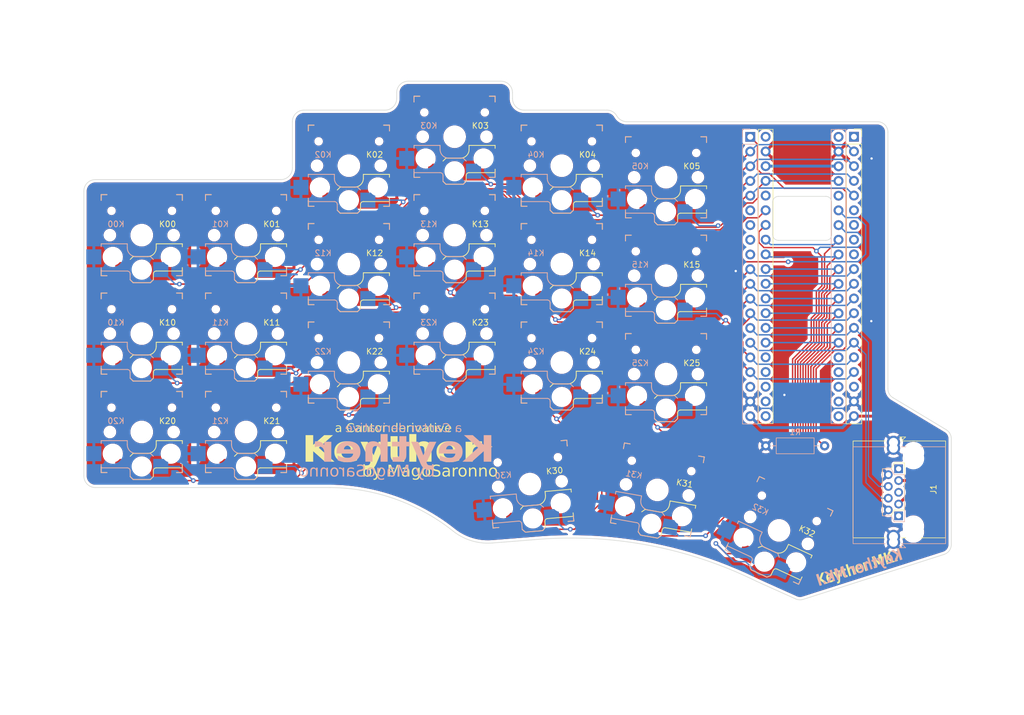
<source format=kicad_pcb>
(kicad_pcb (version 20241229) (generator "pcbnew") (generator_version "9.0")
  (title_block (rev "rev1.0"))
  (layers (0 "F.Cu" signal) (2 "B.Cu" signal) (13 "F.Paste" user) (15 "B.Paste" user) (5 "F.SilkS" user "F.Silkscreen") (7 "B.SilkS" user "B.Silkscreen") (1 "F.Mask" user) (3 "B.Mask" user) (25 "Edge.Cuts" user))
  (net 0 "")
  (net 1 "+3V3")
  (net 2 "GND")
  (net 3 "/TX")
  (net 4 "/RX")
  (net 5 "/k00")
  (net 6 "/k01")
  (net 7 "/k02")
  (net 8 "/k03")
  (net 9 "/k04")
  (net 10 "/k05")
  (net 11 "/k10")
  (net 12 "/k11")
  (net 13 "/k12")
  (net 14 "/k13")
  (net 15 "/k14")
  (net 16 "/k15")
  (net 17 "/k20")
  (net 18 "/k21")
  (net 19 "/k22")
  (net 20 "/k23")
  (net 21 "/k24")
  (net 22 "/k25")
  (net 23 "/k30")
  (net 24 "/k31")
  (net 25 "/k32")
  (net 30 "Net-(U1-PB12)")
  (footprint "keyswitches:Kailh_socket_PG1350_reversible" (layer "F.Cu") (at 164.5 94)
    (property "Reference" "K25")
    (property "Value" "KEYSW")
  )
  (footprint "keyswitches:Kailh_socket_PG1350_reversible" (layer "F.Cu") (at 146.5 92)
    (property "Reference" "K24")
    (property "Value" "KEYSW")
  )
  (footprint "keyswitches:Kailh_socket_PG1350_reversible" (layer "F.Cu") (at 92 104)
    (property "Reference" "K21")
    (property "Value" "KEYSW")
  )
  (footprint "keyswitches:Kailh_socket_PG1350_reversible" (layer "F.Cu") (at 109.75 58)
    (property "Reference" "K02")
    (property "Value" "KEYSW")
  )
  (footprint "keyswitches:Kailh_socket_PG1350_reversible" (layer "F.Cu") (at 74 87)
    (property "Reference" "K10")
    (property "Value" "KEYSW")
  )
  (footprint "keyswitches:Kailh_socket_PG1350_reversible" (layer "F.Cu") (at 146.5 58)
    (property "Reference" "K04")
    (property "Value" "KEYSW")
  )
  (footprint "keyswitches:Kailh_socket_PG1350_reversible" (layer "F.Cu") (at 109.75 75)
    (property "Reference" "K12")
    (property "Value" "KEYSW")
  )
  (footprint "keyswitches:Kailh_socket_PG1350_reversible" (layer "F.Cu") (at 141 113 5)
    (property "Reference" "K30")
    (property "Value" "KEYSW")
  )
  (footprint "keyswitches:Kailh_socket_PG1350_reversible" (layer "F.Cu") (at 92 70)
    (property "Reference" "K01")
    (property "Value" "KEYSW")
  )
  (footprint "keyswitches:Kailh_socket_PG1350_reversible" (layer "F.Cu") (at 146.5 75)
    (property "Reference" "K14")
    (property "Value" "KEYSW")
  )
  (footprint "keyswitches:Kailh_socket_PG1350_reversible" (layer "F.Cu") (at 128 87)
    (property "Reference" "K23")
    (property "Value" "KEYSW")
  )
  (footprint "keyswitches:Kailh_socket_PG1350_reversible" (layer "F.Cu") (at 128 53)
    (property "Reference" "K03")
    (property "Value" "KEYSW")
  )
  (footprint "keyswitches:Kailh_socket_PG1350_reversible" (layer "F.Cu") (at 109.75 92)
    (property "Reference" "K22")
    (property "Value" "KEYSW")
  )
  (footprint "Connector_RJ:RJ45_Amphenol_RJHSE5380" (layer "F.Cu") (at 204.6478 110.359001 -90)
    (property "Reference" "J1")
    (property "Value" "RJ45")
  )
  (footprint "keyswitches:Kailh_socket_PG1350_reversible" (layer "F.Cu") (at 164.5 77)
    (property "Reference" "K15")
    (property "Value" "KEYSW")
  )
  (footprint "keyswitches:Kailh_socket_PG1350_reversible" (layer "F.Cu") (at 184 121 -25)
    (property "Reference" "K32")
    (property "Value" "KEYSW")
  )
  (footprint "keyswitches:Kailh_socket_PG1350_reversible" (layer "F.Cu") (at 92 87)
    (property "Reference" "K11")
    (property "Value" "KEYSW")
  )
  (footprint "Footprints:YAAJ_WeAct_BlackPill_2" (layer "F.Cu") (at 179.155 53)
    (property "Reference" "U1" (hide yes))
    (property "Value" "YAAJ_WeAct_BlackPill_Part_Like" (hide yes))
  )
  (footprint "keyswitches:Kailh_socket_PG1350_reversible" (layer "F.Cu") (at 164.5 60)
    (property "Reference" "K05")
    (property "Value" "KEYSW")
  )
  (footprint "keyswitches:Kailh_socket_PG1350_reversible" (layer "F.Cu") (at 74 104)
    (property "Reference" "K20")
    (property "Value" "KEYSW")
  )
  (footprint "keyswitches:Kailh_socket_PG1350_reversible" (layer "F.Cu") (at 128 70)
    (property "Reference" "K13")
    (property "Value" "KEYSW")
  )
  (footprint "keyswitches:Kailh_socket_PG1350_reversible" (layer "F.Cu") (at 74 70)
    (property "Reference" "K00")
    (property "Value" "KEYSW")
  )
  (footprint "keyswitches:Kailh_socket_PG1350_reversible" (layer "F.Cu") (at 163 114 -10)
    (property "Reference" "K31")
    (property "Value" "KEYSW")
  )
  (footprint "Resistor_THT:R_Axial_DIN0207_L6.3mm_D2.5mm_P10.16mm_Horizontal" (layer "B.Cu") (at 191.87 106.392 180)
    (property "Reference" "R1")
    (property "Value" "10k")
  )
  (gr_line (start 182.9 69.9) (end 182.9 64.3) (stroke (width 0.1)) (layer "Edge.Cuts"))
  (gr_arc (start 201 50.4) (mid 202.272792 50.927208) (end 202.8 52.2) (stroke (width 0.1)) (layer "Edge.Cuts"))
  (gr_arc (start 188.171181 132.911255) (mid 187.521093 132.993905) (end 186.884499 132.838364) (stroke (width 0.1)) (layer "Edge.Cuts"))
  (gr_arc (start 100 50.4) (mid 100.585786 48.985786) (end 102 48.4) (stroke (width 0.1)) (layer "Edge.Cuts"))
  (gr_arc (start 213.741 123.434982) (mid 213.394454 124.496839) (end 212.488245 125.149848) (stroke (width 0.1)) (layer "Edge.Cuts"))
  (gr_line (start 66 113.6) (end 106.5 113.6) (stroke (width 0.1)) (layer "Edge.Cuts"))
  (gr_line (start 188.171181 132.911255) (end 212.488245 125.149848) (stroke (width 0.1)) (layer "Edge.Cuts"))
  (gr_arc (start 134.5 123.175) (mid 130.930967 122.788889) (end 127.75 121.125) (stroke (width 0.1)) (layer "Edge.Cuts"))
  (gr_arc (start 118 45.4) (mid 118.585786 43.985786) (end 120 43.4) (stroke (width 0.1)) (layer "Edge.Cuts"))
  (gr_curve (pts (xy 214.6 124.2) (xy 214.6 124.2) (xy 214.6 124.2) (xy 214.6 124.2)) (stroke (width 0.05)) (layer "Edge.Cuts"))
  (gr_line (start 192.1 70.9) (end 183.9 70.9) (stroke (width 0.1)) (layer "Edge.Cuts"))
  (gr_line (start 201 50.4) (end 157.750002 50.399998) (stroke (width 0.1)) (layer "Edge.Cuts"))
  (gr_arc (start 182.9 64.3) (mid 183.192893 63.592893) (end 183.9 63.3) (stroke (width 0.1)) (layer "Edge.Cuts"))
  (gr_line (start 118 45.4) (end 118 46.4) (stroke (width 0.1)) (layer "Edge.Cuts"))
  (gr_line (start 212.869572 103.6152) (end 203.672393 98.076386) (stroke (width 0.1)) (layer "Edge.Cuts"))
  (gr_line (start 138 46.4) (end 138 45.4) (stroke (width 0.1)) (layer "Edge.Cuts"))
  (gr_arc (start 193.1 69.9) (mid 192.807107 70.607107) (end 192.1 70.9) (stroke (width 0.1)) (layer "Edge.Cuts"))
  (gr_line (start 213.741 123.434982) (end 213.741 105.157252) (stroke (width 0.1)) (layer "Edge.Cuts"))
  (gr_line (start 193.092893 64.3) (end 193.1 69.9) (stroke (width 0.1)) (layer "Edge.Cuts"))
  (gr_line (start 100 50.4) (end 100 58.4) (stroke (width 0.1)) (layer "Edge.Cuts"))
  (gr_arc (start 212.869572 103.6152) (mid 213.50809 104.271626) (end 213.741 105.157252) (stroke (width 0.1)) (layer "Edge.Cuts"))
  (gr_line (start 98 60.4) (end 66 60.4) (stroke (width 0.1)) (layer "Edge.Cuts"))
  (gr_arc (start 136 43.4) (mid 137.414214 43.985786) (end 138 45.4) (stroke (width 0.1)) (layer "Edge.Cuts"))
  (gr_arc (start 118 46.4) (mid 117.414214 47.814214) (end 116 48.4) (stroke (width 0.1)) (layer "Edge.Cuts"))
  (gr_arc (start 66 113.6) (mid 64.585786 113.014214) (end 64 111.6) (stroke (width 0.1)) (layer "Edge.Cuts"))
  (gr_line (start 141.8 122.600001) (end 134.5 123.175) (stroke (width 0.1)) (layer "Edge.Cuts"))
  (gr_line (start 180.129399 129.8) (end 186.884499 132.838364) (stroke (width 0.1)) (layer "Edge.Cuts"))
  (gr_arc (start 140 48.4) (mid 138.585786 47.814214) (end 138 46.4) (stroke (width 0.1)) (layer "Edge.Cuts"))
  (gr_arc (start 157.750002 50.399998) (mid 156.742216 50.132373) (end 156 49.4) (stroke (width 0.1)) (layer "Edge.Cuts"))
  (gr_line (start 64 62.4) (end 64 111.6) (stroke (width 0.1)) (layer "Edge.Cuts"))
  (gr_curve (pts (xy 190 133) (xy 190 133) (xy 190 133) (xy 190 133)) (stroke (width 0.05)) (layer "Edge.Cuts"))
  (gr_arc (start 192.092893 63.3) (mid 192.8 63.592893) (end 193.092893 64.3) (stroke (width 0.1)) (layer "Edge.Cuts"))
  (gr_arc (start 183.9 70.9) (mid 183.192893 70.607107) (end 182.9 69.9) (stroke (width 0.1)) (layer "Edge.Cuts"))
  (gr_arc (start 203.672393 98.076386) (mid 203.033222 97.419862) (end 202.8 96.533753) (stroke (width 0.1)) (layer "Edge.Cuts"))
  (gr_line (start 136 43.4) (end 120 43.4) (stroke (width 0.1)) (layer "Edge.Cuts"))
  (gr_arc (start 64 62.4) (mid 64.585786 60.985786) (end 66 60.4) (stroke (width 0.1)) (layer "Edge.Cuts"))
  (gr_arc (start 106.5 113.600001) (mid 117.756229 115.57996) (end 127.75 121.125) (stroke (width 0.1)) (layer "Edge.Cuts"))
  (gr_line (start 183.9 63.3) (end 192.092893 63.3) (stroke (width 0.1)) (layer "Edge.Cuts"))
  (gr_line (start 116 48.4) (end 102 48.4) (stroke (width 0.1)) (layer "Edge.Cuts"))
  (gr_arc (start 154.3 48.4) (mid 155.286154 48.668538) (end 156 49.4) (stroke (width 0.1)) (layer "Edge.Cuts"))
  (gr_line (start 202.8 96.533753) (end 202.8 52.2) (stroke (width 0.1)) (layer "Edge.Cuts"))
  (gr_arc (start 100 58.4) (mid 99.414214 59.814214) (end 98 60.4) (stroke (width 0.1)) (layer "Edge.Cuts"))
  (gr_line (start 154.3 48.4) (end 140 48.4) (stroke (width 0.1)) (layer "Edge.Cuts"))
  (gr_arc (start 141.8 122.600001) (mid 161.459797 123.564333) (end 180.129399 129.8) (stroke (width 0.1)) (layer "Edge.Cuts"))
  (gr_text "Keyther MK.I" (at 197.9 127.5 17.7) (layer "F.SilkS") (effects (font (size 2 1.5) (thickness 0.3) (bold yes))))
  (gr_text "by MagoSaronno" (at 112 112.03 0) (layer "F.SilkS") (effects (font (size 2 2) (thickness 0.15) (italic yes)) (justify left bottom)))
  (gr_text "Keyther" (at 117.2 109.9 0) (layer "F.SilkS") (effects (font (size 4.5 5) (thickness 0.3) (bold yes) (italic yes)) (justify bottom)))
  (gr_text "a Cantor derivative" (at 107.32 104.27 0) (layer "F.SilkS") (effects (font (size 1.5 1.5) (thickness 0.15) (italic yes)) (justify left bottom)))
  (gr_text "Keyther MK.I" (at 197.9 127.5 17.7) (layer "B.SilkS") (effects (font (size 2 1.5) (thickness 0.3) (bold yes)) (justify mirror)))
  (gr_text "a Cantor derivative" (at 129.3 104.27 -0) (layer "B.SilkS") (effects (font (size 1.5 1.5) (thickness 0.15) (italic yes)) (justify left bottom mirror)))
  (gr_text "Keyther" (at 119.42 109.9 -0) (layer "B.SilkS") (effects (font (size 4.5 5) (thickness 0.3) (bold yes) (italic yes)) (justify bottom mirror)))
  (gr_text "by MagoSaronno" (at 124.62 112.03 -0) (layer "B.SilkS") (effects (font (size 2 2) (thickness 0.15) (italic yes)) (justify left bottom mirror)))
  (segment (start 208.711801 112.391) (end 204.647801 112.391) (width 0.5) (layer "F.Cu") (net 1))
  (segment (start 196.935 101.26) (end 204.5 101.26) (width 0.5) (layer "F.Cu") (net 1))
  (segment (start 209.6 111.502801) (end 209.3138 111.789001) (width 0.5) (layer "F.Cu") (net 1))
  (segment (start 204.5 101.26) (end 209.6 106.36) (width 0.5) (layer "F.Cu") (net 1))
  (segment (start 209.6 106.36) (end 209.6 111.502801) (width 0.5) (layer "F.Cu") (net 1))
  (segment (start 209.3138 111.789001) (end 204.647801 116.455) (width 0.5) (layer "F.Cu") (net 1))
  (segment (start 209.3138 111.789001) (end 208.711801 112.391) (width 0.5) (layer "F.Cu") (net 1))
  (segment (start 179.035 101.28) (end 181.005 103.25) (width 0.5) (layer "B.Cu") (net 1))
  (segment (start 181.005 103.25) (end 194.945 103.25) (width 0.5) (layer "B.Cu") (net 1))
  (segment (start 196.935 101.26) (end 194.945 103.25) (width 0.5) (layer "B.Cu") (net 1))
  (segment (start 181.695 58.08) (end 194.255 58.08) (width 0.5) (layer "B.Cu") (net 1))
  (segment (start 194.255 58.08) (end 194.275 58.1) (width 0.25) (layer "B.Cu") (net 1))
  (segment (start 136.275 90.75) (end 136.275 90.95) (width 0.25) (layer "F.Cu") (net 2))
  (segment (start 203.7578 105.789001) (end 203.7578 106.797) (width 0.2) (layer "F.Cu") (net 2))
  (via (at 199.98 56.76) (size 0.8) (drill 0.4) (layers "F.Cu" "B.Cu") (net 2))
  (via (at 176.53 76.2) (size 0.8) (drill 0.4) (layers "F.Cu" "B.Cu") (net 2))
  (via (at 184.93 97.6) (size 0.8) (drill 0.4) (layers "F.Cu" "B.Cu") (net 2))
  (via (at 199.93 84.85) (size 0.8) (drill 0.4) (layers "F.Cu" "B.Cu") (net 2))
  (segment (start 192.664511 99.914511) (end 195.740489 99.914511) (width 0.25) (layer "B.Cu") (net 2))
  (segment (start 195.740489 99.914511) (end 196.935 98.72) (width 0.25) (layer "B.Cu") (net 2))
  (segment (start 180.209511 99.914511) (end 192.664511 99.914511) (width 0.25) (layer "B.Cu") (net 2))
  (segment (start 174.915485 119.883821) (end 174.915485 120.901488) (width 0.25) (layer "B.Cu") (net 2))
  (segment (start 174.915485 119.719008) (end 174.915485 120.901488) (width 0.25) (layer "B.Cu") (net 2))
  (segment (start 179.035 98.74) (end 180.209511 99.914511) (width 0.25) (layer "B.Cu") (net 2))
  (segment (start 192.65 99.929022) (end 192.664511 99.914511) (width 0.25) (layer "B.Cu") (net 2))
  (segment (start 201.2402 113.407) (end 199.4408 111.6076) (width 0.2) (layer "B.Cu") (net 3))
  (segment (start 193.786995 87.213005) (end 193.788501 87.214511) (width 0.25) (layer "B.Cu") (net 3))
  (segment (start 202.8678 113.407) (end 201.2402 113.407) (width 0.2) (layer "B.Cu") (net 3))
  (segment (start 179.035 86.04) (end 180.208005 87.213005) (width 0.25) (layer "B.Cu") (net 3))
  (segment (start 195.740489 87.214511) (end 196.935 86.02) (width 0.25) (layer "B.Cu") (net 3))
  (segment (start 193.788501 87.214511) (end 195.740489 87.214511) (width 0.25) (layer "B.Cu") (net 3))
  (segment (start 180.208005 87.213005) (end 193.786995 87.213005) (width 0.25) (layer "B.Cu") (net 3))
  (segment (start 199.4408 111.6076) (end 199.4408 88.5258) (width 0.2) (layer "B.Cu") (net 3))
  (segment (start 199.4408 88.5258) (end 196.935 86.02) (width 0.2) (layer "B.Cu") (net 3))
  (segment (start 201.6974 115.439) (end 199.01 112.7516) (width 0.2) (layer "B.Cu") (net 4))
  (segment (start 199.01 112.7516) (end 199.01 90.635) (width 0.2) (layer "B.Cu") (net 4))
  (segment (start 180.380489 89.925489) (end 195.569511 89.925489) (width 0.25) (layer "B.Cu") (net 4))
  (segment (start 199.01 90.635) (end 196.935 88.56) (width 0.2) (layer "B.Cu") (net 4))
  (segment (start 179.035 88.58) (end 180.380489 89.925489) (width 0.25) (layer "B.Cu") (net 4))
  (segment (start 195.569511 89.925489) (end 196.935 88.56) (width 0.25) (layer "B.Cu") (net 4))
  (segment (start 202.8678 115.439) (end 201.6974 115.439) (width 0.2) (layer "B.Cu") (net 4))
  (segment (start 71.848 78.45) (end 80.5 78.45) (width 0.25) (layer "F.Cu") (net 5))
  (segment (start 104.8004 76.6064) (end 103.9622 76.6064) (width 0.25) (layer "F.Cu") (net 5))
  (segment (start 70.725 77.327) (end 71.848 78.45) (width 0.25) (layer "F.Cu") (net 5))
  (segment (start 157.928564 68.7) (end 142.2 68.7) (width 0.25) (layer "F.Cu") (net 5))
  (segment (start 185.282 74.602) (end 185.28 74.6) (width 0.25) (layer "F.Cu") (net 5))
  (segment (start 178.208 74.6) (end 174.54128 70.93328) (width 0.25) (layer "F.Cu") (net 5))
  (segment (start 160.161844 70.93328) (end 157.928564 68.7) (width 0.25) (layer "F.Cu") (net 5))
  (segment (start 99.42901 78.45) (end 99.42801 78.451) (width 0.25) (layer "F.Cu") (net 5))
  (segment (start 185.28 74.6) (end 178.208 74.6) (width 0.25) (layer "F.Cu") (net 5))
  (segment (start 136.39904 62.89904) (end 122.26696 62.89904) (width 0.25) (layer "F.Cu") (net 5))
  (segment (start 90.58719 78.45) (end 80.5 78.45) (width 0.25) (layer "F.Cu") (net 5))
  (segment (start 173.92553 70.93328) (end 160.161844 70.93328) (width 0.25) (layer "F.Cu") (net 5))
  (segment (start 174.54128 70.93328) (end 173.92553 70.93328) (width 0.25) (layer "F.Cu") (net 5))
  (segment (start 122.26696 62.89904) (end 118.1862 66.9798) (width 0.25) (layer "F.Cu") (net 5))
  (segment (start 114.427 66.9798) (end 104.8004 76.6064) (width 0.25) (layer "F.Cu") (net 5))
  (segment (start 180.395 67) (end 178.482 67) (width 0.25) (layer "F.Cu") (net 5))
  (segment (start 90.58819 78.451) (end 90.58719 78.45) (width 0.25) (layer "F.Cu") (net 5))
  (segment (start 181.695 65.7) (end 180.395 67) (width 0.25) (layer "F.Cu") (net 5))
  (segment (start 118.1862 66.9798) (end 114.427 66.9798) (width 0.25) (layer "F.Cu") (net 5))
  (segment (start 178.482 67) (end 174.54872 70.93328) (width 0.25) (layer "F.Cu") (net 5))
  (segment (start 142.2 68.7) (end 136.39904 62.89904) (width 0.25) (layer "F.Cu") (net 5))
  (segment (start 99.42801 78.451) (end 90.58819 78.451) (width 0.25) (layer "F.Cu") (net 5))
  (segment (start 70.725 75.95) (end 70.725 77.327) (width 0.25) (layer "F.Cu") (net 5))
  (segment (start 103.9622 76.6064) (end 102.1186 78.45) (width 0.25) (layer "F.Cu") (net 5))
  (segment (start 185.58 74.602) (end 185.282 74.602) (width 0.25) (layer "F.Cu") (net 5))
  (segment (start 174.54872 70.93328) (end 173.92553 70.93328) (width 0.25) (layer "F.Cu") (net 5))
  (segment (start 102.1186 78.45) (end 99.42901 78.45) (width 0.25) (layer "F.Cu") (net 5))
  (via (at 185.58 74.602) (size 0.8) (drill 0.4) (layers "F.Cu" "B.Cu") (net 5))
  (via (at 80.5 78.45) (size 0.8) (drill 0.4) (layers "F.Cu" "B.Cu") (net 5))
  (segment (start 185.592 74.59) (end 197.63 74.59) (width 0.25) (layer "B.Cu") (net 5))
  (segment (start 185.58 74.602) (end 185.592 74.59) (width 0.25) (layer "B.Cu") (net 5))
  (segment (start 198.95 68.29) (end 197.63 66.97) (width 0.25) (layer "B.Cu") (net 5))
  (segment (start 197.63 66.97) (end 195.525 66.97) (width 0.25) (layer "B.Cu") (net 5))
  (segment (start 77.275 75.95) (end 79.775 78.45) (width 0.25) (layer "B.Cu") (net 5))
  (segment (start 198.95 73.27) (end 198.95 68.29) (width 0.25) (layer "B.Cu") (net 5))
  (segment (start 79.775 78.45) (end 80.5 78.45) (width 0.25) (layer "B.Cu") (net 5))
  (segment (start 197.63 74.59) (end 198.95 73.27) (width 0.25) (layer "B.Cu") (net 5))
  (segment (start 195.525 66.97) (end 194.275 65.72) (width 0.25) (layer "B.Cu") (net 5))
  (segment (start 121.95448 62.44952) (end 122.07867 62.44952) (width 0.25) (layer "F.Cu") (net 6))
  (segment (start 89.368 78) (end 88.725 77.357) (width 0.25) (layer "F.Cu") (net 6))
  (segment (start 160.348654 70.48228) (end 174.36191 70.48228) (width 0.25) (layer "F.Cu") (net 6))
  (segment (start 177.5714 65.3288) (end 178.4604 64.4398) (width 0.25) (layer "F.Cu") (net 6))
  (segment (start 136.58585 62.44804) (end 136.58733 62.44952) (width 0.25) (layer "F.Cu") (net 6))
  (segment (start 136.58733 62.44952) (end 136.69952 62.44952) (width 0.25) (layer "F.Cu") (net 6))
  (segment (start 180.3908 63.5254) (end 180.3908 61.9242) (width 0.25) (layer "F.Cu") (net 6))
  (segment (start 101.3968 75.946) (end 110.8428 66.5) (width 0.25) (layer "F.Cu") (net 6))
  (segment (start 177.5714 67.27279) (end 177.5714 65.3288) (width 0.25) (layer "F.Cu") (net 6))
  (segment (start 174.36191 70.48228) (end 177.5714 67.27279) (width 0.25) (layer "F.Cu") (net 6))
  (segment (start 180.3908 61.9242) (end 181.695 60.62) (width 0.25) (layer "F.Cu") (net 6))
  (segment (start 122.08015 62.44804) (end 136.58585 62.44804) (width 0.25) (layer "F.Cu") (net 6))
  (segment (start 99.2412 78) (end 89.368 78) (width 0.25) (layer "F.Cu") (net 6))
  (segment (start 122.07867 62.44952) (end 122.08015 62.44804) (width 0.25) (layer "F.Cu") (net 6))
  (segment (start 110.8428 66.5) (end 117.904 66.5) (width 0.25) (layer "F.Cu") (net 6))
  (segment (start 101.2952 75.946) (end 99.2412 78) (width 0.25) (layer "F.Cu") (net 6))
  (segment (start 117.904 66.5) (end 121.95448 62.44952) (width 0.25) (layer "F.Cu") (net 6))
  (segment (start 142.499 68.249) (end 158.115374 68.249) (width 0.25) (layer "F.Cu") (net 6))
  (segment (start 178.4604 64.4398) (end 179.4764 64.4398) (width 0.25) (layer "F.Cu") (net 6))
  (segment (start 88.725 77.357) (end 88.725 75.95) (width 0.25) (layer "F.Cu") (net 6))
  (segment (start 136.69952 62.44952) (end 142.499 68.249) (width 0.25) (layer "F.Cu") (net 6))
  (segment (start 179.4764 64.4398) (end 180.3908 63.5254) (width 0.25) (layer "F.Cu") (net 6))
  (segment (start 158.115374 68.249) (end 160.348654 70.48228) (width 0.25) (layer "F.Cu") (net 6))
  (segment (start 101.3968 75.946) (end 101.2952 75.946) (width 0.25) (layer "F.Cu") (net 6))
  (via (at 101.3968 75.946) (size 0.8) (drill 0.4) (layers "F.Cu" "B.Cu") (net 6))
  (segment (start 194.255 60.62) (end 194.275 60.64) (width 0.25) (layer "B.Cu") (net 6))
  (segment (start 95.279 75.946) (end 95.275 75.95) (width 0.25) (layer "B.Cu") (net 6))
  (segment (start 101.3968 75.946) (end 95.279 75.946) (width 0.25) (layer "B.Cu") (net 6))
  (segment (start 181.695 60.62) (end 194.255 60.62) (width 0.25) (layer "B.Cu") (net 6))
  (segment (start 121.76767 61.99852) (end 121.89186 61.99852) (width 0.25) (layer "F.Cu") (net 7))
  (segment (start 106.475 65.377) (end 106.475 63.95) (width 0.25) (layer "F.Cu") (net 7))
  (segment (start 178.3994 63.18) (end 179.035 63.18) (width 0.25) (layer "F.Cu") (net 7))
  (segment (start 177.1204 64.459) (end 178.3994 63.18) (width 0.25) (layer "F.Cu") (net 7))
  (segment (start 142.798 67.798) (end 158.302184 67.798) (width 0.25) (layer "F.Cu") (net 7))
  (segment (start 121.89186 61.99852) (end 121.89334 61.99704) (width 0.25) (layer "F.Cu") (net 7))
  (segment (start 136.88633 61.99852) (end 136.88781 62) (width 0.25) (layer "F.Cu") (net 7))
  (segment (start 136.88781 62) (end 137 62) (width 0.25) (layer "F.Cu") (net 7))
  (segment (start 136.77414 61.99852) (end 136.88633 61.99852) (width 0.25) (layer "F.Cu") (net 7))
  (segment (start 119.121347 64.257347) (end 119.121347 64.266653) (width 0.25) (layer "F.Cu") (net 7))
  (segment (start 119.121347 64.266653) (end 117.339 66.049) (width 0.25) (layer "F.Cu") (net 7))
  (segment (start 174.1751 70.03128) (end 177.1204 67.08598) (width 0.25) (layer "F.Cu") (net 7))
  (segment (start 121.76619 62) (end 121.76767 61.99852) (width 0.25) (layer "F.Cu") (net 7))
  (segment (start 121.89334 61.99704) (end 136.77266 61.99704) (width 0.25) (layer "F.Cu") (net 7))
  (segment (start 107.147 66.049) (end 106.475 65.377) (width 0.25) (layer "F.Cu") (net 7))
  (segment (start 137 62) (end 142.798 67.798) (width 0.25) (layer "F.Cu") (net 7))
  (segment (start 158.302184 67.798) (end 160.535464 70.03128) (width 0.25) (layer "F.Cu") (net 7))
  (segment (start 177.1204 67.08598) (end 177.1204 64.459) (width 0.25) (layer "F.Cu") (net 7))
  (segment (start 136.77266 61.99704) (end 136.77414 61.99852) (width 0.25) (layer "F.Cu") (net 7))
  (segment (start 160.535464 70.03128) (end 174.1751 70.03128) (width 0.25) (layer "F.Cu") (net 7))
  (segment (start 121.378694 62) (end 121.76619 62) (width 0.25) (layer "F.Cu") (net 7))
  (segment (start 117.339 66.049) (end 107.147 66.049) (width 0.25) (layer "F.Cu") (net 7))
  (segment (start 119.121347 64.257347) (end 121.378694 62) (width 0.25) (layer "F.Cu") (net 7))
  (via (at 119.121347 64.257347) (size 0.8) (drill 0.4) (layers "F.Cu" "B.Cu") (net 7))
  (segment (start 180.345 61.87) (end 195.645 61.87) (width 0.25) (layer "B.Cu") (net 7))
  (segment (start 179.035 63.18) (end 180.345 61.87) (width 0.25) (layer "B.Cu") (net 7))
  (segment (start 195.645 61.87) (end 196.935 63.16) (width 0.25) (layer "B.Cu") (net 7))
  (segment (start 118.814 63.95) (end 113.025 63.95) (width 0.25) (layer "B.Cu") (net 7))
  (segment (start 119.121347 64.257347) (end 118.814 63.95) (width 0.25) (layer "B.Cu") (net 7))
  (segment (start 136.95 61.2) (end 143.097 67.347) (width 0.25) (layer "F.Cu") (net 8))
  (segment (start 178.628 60.64) (end 179.035 60.64) (width 0.25) (layer "F.Cu") (net 8))
  (segment (start 158.6 67.35) (end 160.78424 69.53424) (width 0.25) (layer "F.Cu") (net 8))
  (segment (start 174.03433 69.53424) (end 176.6694 66.89917) (width 0.25) (layer "F.Cu") (net 8))
  (segment (start 160.78424 69.53424) (end 174.03433 69.53424) (width 0.25) (layer "F.Cu") (net 8))
  (segment (start 143.097 67.347) (end 158.488994 67.347) (width 0.25) (layer "F.Cu") (net 8))
  (segment (start 158.491994 67.35) (end 158.6 67.35) (width 0.25) (layer "F.Cu") (net 8))
  (segment (start 176.6694 66.89917) (end 176.6694 62.5986) (width 0.25) (layer "F.Cu") (net 8))
  (segment (start 134.25 61.2) (end 136.95 61.2) (width 0.25) (layer "F.Cu") (net 8))
  (segment (start 124.725 60.387) (end 124.725 58.95) (width 0.25) (layer "F.Cu") (net 8))
  (segment (start 125.538 61.2) (end 124.725 60.387) (width 0.25) (layer "F.Cu") (net 8))
  (segment (start 158.488994 67.347) (end 158.491994 67.35) (width 0.25) (layer "F.Cu") (net 8))
  (segment (start 134.25 61.2) (end 125.538 61.2) (width 0.25) (layer "F.Cu") (net 8))
  (segment (start 176.6694 62.5986) (end 178.628 60.64) (width 0.25) (layer "F.Cu") (net 8))
  (via (at 134.25 61.2) (size 0.8) (drill 0.4) (layers "F.Cu" "B.Cu") (net 8))
  (segment (start 179.035 60.64) (end 180.229511 59.445489) (width 0.25) (layer "B.Cu") (net 8))
  (segment (start 132 58.95) (end 131.275 58.95) (width 0.25) (layer "B.Cu") (net 8))
  (segment (start 180.229511 59.445489) (end 195.760489 59.445489) (width 0.25) (layer "B.Cu") (net 8))
  (segment (start 134.25 61.2) (end 132 58.95) (width 0.25) (layer "B.Cu") (net 8))
  (segment (start 195.760489 59.445489) (end 196.935 60.62) (width 0.25) (layer "B.Cu") (net 8))
  (segment (start 143.225 65.377) (end 143.225 63.95) (width 0.25) (layer "F.Cu") (net 9))
  (segment (start 176.2184 66.71236) (end 176.2184 60.3064) (width 0.25) (layer "F.Cu") (net 9))
  (segment (start 161.08324 69.08324) (end 173.84752 69.08324) (width 0.25) (layer "F.Cu") (net 9))
  (segment (start 178.4248 58.1) (end 179.035 58.1) (width 0.25) (layer "F.Cu") (net 9))
  (segment (start 152.7 66.55) (end 158.55 66.55) (width 0.25) (layer "F.Cu") (net 9))
  (segment (start 173.84752 69.08324) (end 176.2184 66.71236) (width 0.25) (layer "F.Cu") (net 9))
  (segment (start 158.55 66.55) (end 161.08324 69.08324) (width 0.25) (layer "F.Cu") (net 9))
  (segment (start 176.2184 60.3064) (end 178.4248 58.1) (width 0.25) (layer "F.Cu") (net 9))
  (segment (start 152.7 66.55) (end 144.398 66.55) (width 0.25) (layer "F.Cu") (net 9))
  (segment (start 144.398 66.55) (end 143.225 65.377) (width 0.25) (layer "F.Cu") (net 9))
  (via (at 152.7 66.55) (size 0.8) (drill 0.4) (layers "F.Cu" "B.Cu") (net 9))
  (segment (start 179.035 58.1) (end 180.229511 56.905489) (width 0.25) (layer "B.Cu") (net 9))
  (segment (start 152.7 66.55) (end 150.1 63.95) (width 0.25) (layer "B.Cu") (net 9))
  (segment (start 150.1 63.95) (end 149.775 63.95) (width 0.25) (layer "B.Cu") (net 9))
  (segment (start 195.760489 56.905489) (end 196.935 58.08) (width 0.25) (layer "B.Cu") (net 9))
  (segment (start 180.229511 56.905489) (end 195.760489 56.905489) (width 0.25) (layer "B.Cu") (net 9))
  (segment (start 173.486727 68.35824) (end 173.48376 68.35824) (width 0.25) (layer "F.Cu") (net 10))
  (segment (start 175.7426 66.55035) (end 175.7426 58.8524) (width 0.25) (layer "F.Cu") (net 10))
  (segment (start 162.46024 68.63224) (end 161.225 67.397) (width 0.25) (layer "F.Cu") (net 10))
  (segment (start 173.93471 68.35824) (end 175.7426 66.55035) (width 0.25) (layer "F.Cu") (net 10))
  (segment (start 173.20976 68.63224) (end 162.46024 68.63224) (width 0.25) (layer "F.Cu") (net 10))
  (segment (start 173.486727 68.35824) (end 173.93471 68.35824) (width 0.25) (layer "F.Cu") (net 10))
  (segment (start 161.225 67.397) (end 161.225 65.95) (width 0.25) (layer "F.Cu") (net 10))
  (segment (start 175.7426 58.8524) (end 179.035 55.56) (width 0.25) (layer "F.Cu") (net 10))
  (segment (start 173.48376 68.35824) (end 173.20976 68.63224) (width 0.25) (layer "F.Cu") (net 10))
  (via (at 173.486727 68.35824) (size 0.8) (drill 0.4) (layers "F.Cu" "B.Cu") (net 10))
  (segment (start 179.035 55.56) (end 180.229511 54.365489) (width 0.25) (layer "B.Cu") (net 10))
  (segment (start 195.760489 54.365489) (end 196.935 55.54) (width 0.25) (layer "B.Cu") (net 10))
  (segment (start 173.486727 68.348727) (end 173.463454 68.372) (width 0.25) (layer "B.Cu") (net 10))
  (segment (start 173.486727 68.35824) (end 173.486727 68.348727) (width 0.25) (layer "B.Cu") (net 10))
  (segment (start 180.229511 54.365489) (end 195.760489 54.365489) (width 0.25) (layer "B.Cu") (net 10))
  (segment (start 170.197 68.372) (end 167.775 65.95) (width 0.25) (layer "B.Cu") (net 10))
  (segment (start 173.463454 68.372) (end 170.197 68.372) (width 0.25) (layer "B.Cu") (net 10))
  (segment (start 179.035 93.66) (end 177.292 91.917) (width 0.25) (layer "F.Cu") (net 11))
  (segment (start 153.0604 87.63) (end 152.2354 86.805) (width 0.25) (layer "F.Cu") (net 11))
  (segment (start 177.292 88.62341) (end 176.29859 87.63) (width 0.25) (layer "F.Cu") (net 11))
  (segment (start 104.9274 93.6244) (end 101.8756 93.6244) (width 0.25) (layer "F.Cu") (net 11))
  (segment (start 101.354247 94.145753) (end 101.354247 94.147167) (width 0.25) (layer "F.Cu") (net 11))
  (segment (start 71.889 95.551) (end 70.725 94.387) (width 0.25) (layer "F.Cu") (net 11))
  (segment (start 137.97738 81.753) (end 128.61457 81.753) (width 0.25) (layer "F.Cu") (net 11))
  (segment (start 152.2354 86.805) (end 143.02938 86.805) (width 0.25) (layer "F.Cu") (net 11))
  (segment (start 80.1 95.551) (end 71.889 95.551) (width 0.25) (layer "F.Cu") (net 11))
  (segment (start 101.8756 93.6244) (end 101.354247 94.145753) (width 0.25) (layer "F.Cu") (net 11))
  (segment (start 100.928967 94.572447) (end 100.927553 94.572447) (width 0.25) (layer "F.Cu") (net 11))
  (segment (start 100.927553 94.572447) (end 99.949 95.551) (width 0.25) (layer "F.Cu") (net 11))
  (segment (start 119.224618 83.751) (end 114.8008 83.751) (width 0.25) (layer "F.Cu") (net 11))
  (segment (start 143.02938 86.805) (end 137.97738 81.753) (width 0.25) (layer "F.Cu") (net 11))
  (segment (start 70.725 94.387) (end 70.725 92.95) (width 0.25) (layer "F.Cu") (net 11))
  (segment (start 114.8008 83.751) (end 104.9274 93.6244) (width 0.25) (layer "F.Cu") (net 11))
  (segment (start 128.61457 81.753) (end 128.61357 81.752) (width 0.25) (layer "F.Cu") (net 11))
  (segment (start 101.354247 94.147167) (end 100.928967 94.572447) (width 0.25) (layer "F.Cu") (net 11))
  (segment (start 177.292 91.917) (end 177.292 88.62341) (width 0.25) (layer "F.Cu") (net 11))
  (segment (start 128.61357 81.752) (end 121.22362 81.752) (width 0.25) (layer "F.Cu") (net 11))
  (segment (start 121.22362 81.752) (end 119.224618 83.751) (width 0.25) (layer "F.Cu") (net 11))
  (segment (start 176.29859 87.63) (end 153.0604 87.63) (width 0.25) (layer "F.Cu") (net 11))
  (segment (start 99.949 95.551) (end 80.1 95.551) (width 0.25) (layer "F.Cu") (net 11))
  (via (at 80.1 95.551) (size 0.8) (drill 0.4) (layers "F.Cu" "B.Cu") (net 11))
  (segment (start 179.035 93.66) (end 180.209511 94.834511) (width 0.25) (layer "B.Cu") (net 11))
  (segment (start 77.275 92.95) (end 77.499 92.95) (width 0.25) (layer "B.Cu") (net 11))
  (segment (start 77.499 92.95) (end 80.1 95.551) (width 0.25) (layer "B.Cu") (net 11))
  (segment (start 180.209511 94.834511) (end 195.740489 94.834511) (width 0.25) (layer "B.Cu") (net 11))
  (segment (start 195.740489 94.834511) (end 196.935 93.64) (width 0.25) (layer "B.Cu") (net 11))
  (segment (start 138.16419 81.302) (end 143.21619 86.354) (width 0.25) (layer "F.Cu") (net 12))
  (segment (start 177.743 89.859) (end 179.004 91.12) (width 0.25) (layer "F.Cu") (net 12))
  (segment (start 100.628247 93.707153) (end 111.0354 83.3) (width 0.25) (layer "F.Cu") (net 12))
  (segment (start 98.45 95.1) (end 89.488 95.1) (width 0.25) (layer "F.Cu") (net 12))
  (segment (start 177.743 88.4366) (end 177.743 89.859) (width 0.25) (layer "F.Cu") (net 12))
  (segment (start 153.24721 87.179) (end 176.4854 87.179) (width 0.25) (layer "F.Cu") (net 12))
  (segment (start 89.488 95.1) (end 88.725 94.337) (width 0.25) (layer "F.Cu") (net 12))
  (segment (start 119.037808 83.3) (end 121.03681 81.301) (width 0.25) (layer "F.Cu") (net 12))
  (segment (start 176.4854 87.179) (end 177.743 88.4366) (width 0.25) (layer "F.Cu") (net 12))
  (segment (start 88.725 94.337) (end 88.725 92.95) (width 0.25) (layer "F.Cu") (net 12))
  (segment (start 100.628247 93.846447) (end 99.703553 93.846447) (width 0.25) (layer "F.Cu") (net 12))
  (segment (start 152.42221 86.354) (end 153.24721 87.179) (width 0.25) (layer "F.Cu") (net 12))
  (segment (start 100.628247 93.846447) (end 100.628247 93.707153) (width 0.25) (layer "F.Cu") (net 12))
  (segment (start 121.03681 81.301) (end 128.80038 81.301) (width 0.25) (layer "F.Cu") (net 12))
  (segment (start 128.80038 81.301) (end 128.80138 81.302) (width 0.25) (layer "F.Cu") (net 12))
  (segment (start 99.703553 93.846447) (end 98.45 95.1) (width 0.25) (layer "F.Cu") (net 12))
  (segment (start 143.21619 86.354) (end 152.42221 86.354) (width 0.25) (layer "F.Cu") (net 12))
  (segment (start 128.80138 81.302) (end 138.16419 81.302) (width 0.25) (layer "F.Cu") (net 12))
  (segment (start 111.0354 83.3) (end 119.037808 83.3) (width 0.25) (layer "F.Cu") (net 12))
  (segment (start 179.004 91.12) (end 179.035 91.12) (width 0.25) (layer "F.Cu") (net 12))
  (via (at 100.628247 93.846447) (size 0.8) (drill 0.4) (layers "F.Cu" "B.Cu") (net 12))
  (segment (start 100.628247 93.846447) (end 99.7318 92.95) (width 0.25) (layer "B.Cu") (net 12))
  (segment (start 195.740489 92.294511) (end 196.935 91.1) (width 0.25) (layer "B.Cu") (net 12))
  (segment (start 180.209511 92.294511) (end 195.740489 92.294511) (width 0.25) (layer "B.Cu") (net 12))
  (segment (start 179.035 91.12) (end 180.209511 92.294511) (width 0.25) (layer "B.Cu") (net 12))
  (segment (start 99.7318 92.95) (end 95.275 92.95) (width 0.25) (layer "B.Cu") (net 12))
  (segment (start 179.035 84.236) (end 179.035 83.5) (width 0.25) (layer "F.Cu") (net 13))
  (segment (start 138.351 80.851) (end 143.4 85.9) (width 0.25) (layer "F.Cu") (net 13))
  (segment (start 106.475 80.95) (end 106.475 82.377) (width 0.25) (layer "F.Cu") (net 13))
  (segment (start 119.199998 82.5) (end 120.85 80.85) (width 0.25) (layer "F.Cu") (net 13))
  (segment (start 143.51519 85.903) (end 152.60902 85.903) (width 0.25) (layer "F.Cu") (net 13))
  (segment (start 152.60902 85.903) (end 153.43402 86.728) (width 0.25) (layer "F.Cu") (net 13))
  (segment (start 117.9 82.5) (end 119.199998 82.5) (width 0.25) (layer "F.Cu") (net 13))
  (segment (start 153.43402 86.728) (end 176.543 86.728) (width 0.25) (layer "F.Cu") (net 13))
  (segment (start 110.26219 82.85) (end 110.26319 82.849) (width 0.25) (layer "F.Cu") (net 13))
  (segment (start 128.98819 80.851) (end 138.351 80.851) (width 0.25) (layer "F.Cu") (net 13))
  (segment (start 110.26319 82.849) (end 117.551 82.849) (width 0.25) (layer "F.Cu") (net 13))
  (segment (start 176.543 86.728) (end 179.035 84.236) (width 0.25) (layer "F.Cu") (net 13))
  (segment (start 106.475 82.377) (end 106.948 82.85) (width 0.25) (layer "F.Cu") (net 13))
  (segment (start 143.51219 85.9) (end 143.51519 85.903) (width 0.25) (layer "F.Cu") (net 13))
  (segment (start 106.948 82.85) (end 110.26219 82.85) (width 0.25) (layer "F.Cu") (net 13))
  (segment (start 117.551 82.849) (end 117.9 82.5) (width 0.25) (layer "F.Cu") (net 13))
  (segment (start 120.85 80.85) (end 128.98719 80.85) (width 0.25) (layer "F.Cu") (net 13))
  (segment (start 128.98719 80.85) (end 128.98819 80.851) (width 0.25) (layer "F.Cu") (net 13))
  (segment (start 143.4 85.9) (end 143.51219 85.9) (width 0.25) (layer "F.Cu") (net 13))
  (via (at 117.9 82.5) (size 0.8) (drill 0.4) (layers "F.Cu" "B.Cu") (net 13))
  (segment (start 195.740489 84.674511) (end 196.935 83.48) (width 0.25) (layer "B.Cu") (net 13))
  (segment (start 179.035 83.5) (end 180.209511 84.674511) (width 0.25) (layer "B.Cu") (net 13))
  (segment (start 180.209511 84.674511) (end 195.740489 84.674511) (width 0.25) (layer "B.Cu") (net 13))
  (segment (start 113.025 80.95) (end 116.35 80.95) (width 0.25) (layer "B.Cu") (net 13))
  (segment (start 116.35 80.95) (end 117.9 82.5) (width 0.25) (layer "B.Cu") (net 13))
  (segment (start 153.62083 86.277) (end 176.35619 86.277) (width 0.25) (layer "F.Cu") (net 14))
  (segment (start 143.702 85.452) (end 152.79583 85.452) (width 0.25) (layer "F.Cu") (net 14))
  (segment (start 152.79583 85.452) (end 153.62083 86.277) (width 0.25) (layer "F.Cu") (net 14))
  (segment (start 176.35619 86.277) (end 177.686 84.94719) (width 0.25) (layer "F.Cu") (net 14))
  (segment (start 127.29 79.912) (end 127.28 79.912) (width 0.25) (layer "F.Cu") (net 14))
  (segment (start 177.686 84.94719) (end 177.686 82.0544) (width 0.25) (layer "F.Cu") (net 14))
  (segment (start 177.686 82.0544) (end 178.7804 80.96) (width 0.25) (layer "F.Cu") (net 14))
  (segment (start 127.778 80.4) (end 138.65 80.4) (width 0.25) (layer "F.Cu") (net 14))
  (segment (start 124.725 77.357) (end 124.725 75.95) (width 0.25) (layer "F.Cu") (net 14))
  (segment (start 178.7804 80.96) (end 179.035 80.96) (width 0.25) (layer "F.Cu") (net 14))
  (segment (start 138.65 80.4) (end 143.702 85.452) (width 0.25) (layer "F.Cu") (net 14))
  (segment (start 127.29 79.912) (end 127.778 80.4) (width 0.25) (layer "F.Cu") (net 14))
  (segment (start 127.28 79.912) (end 124.725 77.357) (width 0.25) (layer "F.Cu") (net 14))
  (via (at 127.29 79.912) (size 0.8) (drill 0.4) (layers "F.Cu" "B.Cu") (net 14))
  (segment (start 131.25 75.95) (end 131.275 75.95) (width 0.25) (layer "B.Cu") (net 14))
  (segment (start 127.29 79.91) (end 131.25 75.95) (width 0.25) (layer "B.Cu") (net 14))
  (segment (start 179.035 80.96) (end 180.209511 82.134511) (width 0.25) (layer "B.Cu") (net 14))
  (segment (start 180.209511 82.134511) (end 195.740489 82.134511) (width 0.25) (layer "B.Cu") (net 14))
  (segment (start 127.29 79.912) (end 127.29 79.91) (width 0.25) (layer "B.Cu") (net 14))
  (segment (start 195.740489 82.134511) (end 196.935 80.94) (width 0.25) (layer "B.Cu") (net 14))
  (segment (start 152.98264 85.001) (end 153.80764 85.826) (width 0.25) (layer "F.Cu") (net 15))
  (segment (start 145.4 84.572) (end 143.225 82.397) (width 0.25) (layer "F.Cu") (net 15))
  (segment (start 143.225 82.397) (end 143.225 80.95) (width 0.25) (layer "F.Cu") (net 15))
  (segment (start 176.16938 85.826) (end 177.235 84.76038) (width 0.25) (layer "F.Cu") (net 15))
  (segment (start 177.235 84.76038) (end 177.235 80.22) (width 0.25) (layer "F.Cu") (net 15))
  (segment (start 177.235 80.22) (end 179.035 78.42) (width 0.25) (layer "F.Cu") (net 15))
  (segment (start 145.4 84.572) (end 145.829 85.001) (width 0.25) (layer "F.Cu") (net 15))
  (segment (start 153.80764 85.826) (end 176.16938 85.826) (width 0.25) (layer "F.Cu") (net 15))
  (segment (start 145.829 85.001) (end 152.98264 85.001) (width 0.25) (layer "F.Cu") (net 15))
  (via (at 145.4 84.572) (size 0.8) (drill 0.4) (layers "F.Cu" "B.Cu") (net 15))
  (segment (start 195.740489 79.594511) (end 196.935 78.4) (width 0.25) (layer "B.Cu") (net 15))
  (segment (start 149.775 80.975) (end 149.775 80.95) (width 0.25) (layer "B.Cu") (net 15))
  (segment (start 180.209511 79.594511) (end 195.740489 79.594511) (width 0.25) (layer "B.Cu") (net 15))
  (segment (start 146.178 84.572) (end 149.775 80.975) (width 0.25) (layer "B.Cu") (net 15))
  (segment (start 179.035 78.42) (end 180.209511 79.594511) (width 0.25) (layer "B.Cu") (net 15))
  (segment (start 145.4 84.572) (end 146.178 84.572) (width 0.25) (layer "B.Cu") (net 15))
  (segment (start 176.784 78.131) (end 179.035 75.88) (width 0.25) (layer "F.Cu") (net 16))
  (segment (start 174.8028 84.6836) (end 174.8282 84.6836) (width 0.25) (layer "F.Cu") (net 16))
  (segment (start 174.8028 84.6836) (end 174.1114 85.375) (width 0.25) (layer "F.Cu") (net 16))
  (segment (start 176.784 84.57357) (end 176.784 78.131) (width 0.25) (layer "F.Cu") (net 16))
  (segment (start 175.5196 85.375) (end 175.98257 85.375) (width 0.25) (layer "F.Cu") (net 16))
  (segment (start 175.98257 85.375) (end 176.784 84.57357) (width 0.25) (layer "F.Cu") (net 16))
  (segment (start 174.1114 85.375) (end 163.65 85.375) (width 0.25) (layer "F.Cu") (net 16))
  (segment (start 174.8282 84.6836) (end 175.5196 85.375) (width 0.25) (layer "F.Cu") (net 16))
  (segment (start 163.65 85.375) (end 161.225 82.95) (width 0.25) (layer "F.Cu") (net 16))
  (via (at 174.8028 84.6836) (size 0.8) (drill 0.4) (layers "F.Cu" "B.Cu") (net 16))
  (segment (start 179.035 75.88) (end 180.189511 77.034511) (width 0.25) (layer "B.Cu") (net 16))
  (segment (start 195.740489 77.054511) (end 196.935 75.86) (width 0.25) (layer "B.Cu") (net 16))
  (segment (start 192.275009 77.034511) (end 192.295009 77.054511) (width 0.25) (layer "B.Cu") (net 16))
  (segment (start 180.189511 77.034511) (end 192.275009 77.034511) (width 0.25) (layer "B.Cu") (net 16))
  (segment (start 173.212 83.55) (end 168.375 83.55) (width 0.25) (layer "B.Cu") (net 16))
  (segment (start 174.8028 84.6836) (end 174.3456 84.6836) (width 0.25) (layer "B.Cu") (net 16))
  (segment (start 192.295009 77.054511) (end 195.740489 77.054511) (width 0.25) (layer "B.Cu") (net 16))
  (segment (start 168.375 83.55) (end 167.775 82.95) (width 0.25) (layer "B.Cu") (net 16))
  (segment (start 174.3456 84.6836) (end 173.212 83.55) (width 0.25) (layer "B.Cu") (net 16))
  (segment (start 188.601 109.25662) (end 186.23762 111.62) (width 0.25) (layer "F.Cu") (net 17))
  (segment (start 191.818003 89.123567) (end 188.601 92.34057) (width 0.25) (layer "F.Cu") (net 17))
  (segment (start 188.601 92.34057) (end 188.601 109.25662) (width 0.25) (layer "F.Cu") (net 17))
  (segment (start 70.725 111.327) (end 71.798 112.4) (width 0.25) (layer "F.Cu") (net 17))
  (segment (start 139.41557 106.229) (end 135.13957 101.953) (width 0.25) (layer "F.Cu") (net 17))
  (segment (start 112.29752 101.95248) (end 101.85 112.4) (width 0.25) (layer "F.Cu") (net 17))
  (segment (start 71.798 112.4) (end 82.9 112.4) (width 0.25) (layer "F.Cu") (net 17))
  (segment (start 192.707401 82.527599) (end 192.707401 84.403061) (width 0.25) (layer "F.Cu") (net 17))
  (segment (start 135.13957 101.953) (end 131.81457 101.953) (width 0.25) (layer "F.Cu") (net 17))
  (segment (start 101.85 112.4) (end 82.9 112.4) (width 0.25) (layer "F.Cu") (net 17))
  (segment (start 180.318952 111.62) (end 174.927952 106.229) (width 0.25) (layer "F.Cu") (net 17))
  (segment (start 194.275 80.96) (end 192.707401 82.527599) (width 0.25) (layer "F.Cu") (net 17))
  (segment (start 174.927952 106.229) (end 139.41557 106.229) (width 0.25) (layer "F.Cu") (net 17))
  (segment (start 186.23762 111.62) (end 180.318952 111.62) (width 0.25) (layer "F.Cu") (net 17))
  (segment (start 70.725 109.95) (end 70.725 111.327) (width 0.25) (layer "F.Cu") (net 17))
  (segment (start 131.81457 101.953) (end 131.81405 101.95248) (width 0.25) (layer "F.Cu") (net 17))
  (segment (start 131.81405 101.95248) (end 112.29752 101.95248) (width 0.25) (layer "F.Cu") (net 17))
  (segment (start 191.818003 85.292459) (end 191.818003 89.123567) (width 0.25) (layer "F.Cu") (net 17))
  (segment (start 192.707401 84.403061) (end 191.818003 85.292459) (width 0.25) (layer "F.Cu") (net 17))
  (via (at 82.9 112.4) (size 0.8) (drill 0.4) (layers "F.Cu" "B.Cu") (net 17))
  (segment (start 181.695 80.94) (end 194.255 80.94) (width 0.25) (layer "B.Cu") (net 17))
  (segment (start 194.255 80.94) (end 194.275 80.96) (width 0.25) (layer "B.Cu") (net 17))
  (segment (start 77.275 109.95) (end 80.45 109.95) (width 0.25) (layer "B.Cu") (net 17))
  (segment (start 80.45 109.95) (end 82.9 112.4) (width 0.25) (layer "B.Cu") (net 17))
  (segment (start 101.575 111.075) (end 111.14852 101.50148) (width 0.25) (layer "F.Cu") (net 18))
  (segment (start 193.210081 79.484919) (end 194.275 78.42) (width 0.25) (layer "F.Cu") (net 18))
  (segment (start 180.50576 111.169) (end 186.05081 111.169) (width 0.25) (layer "F.Cu") (net 18))
  (segment (start 139.60238 105.778) (end 175.11476 105.778) (width 0.25) (layer "F.Cu") (net 18))
  (segment (start 186.05081 111.169) (end 188.15 109.06981) (width 0.25) (layer "F.Cu") (net 18))
  (segment (start 192.256401 84.216251) (end 192.256401 80.44697) (width 0.25) (layer "F.Cu") (net 18))
  (segment (start 192.256401 80.44697) (end 193.210081 79.493289) (width 0.25) (layer "F.Cu") (net 18))
  (segment (start 100.75 111.9) (end 101.575 111.075) (width 0.25) (layer "F.Cu") (net 18))
  (segment (start 88.725 111.337) (end 89.288 111.9) (width 0.25) (layer "F.Cu") (net 18))
  (segment (start 191.367003 88.936757) (end 191.367003 85.105649) (width 0.25) (layer "F.Cu") (net 18))
  (segment (start 175.11476 105.778) (end 180.50576 111.169) (width 0.25) (layer "F.Cu") (net 18))
  (segment (start 89.288 111.9) (end 100.75 111.9) (width 0.25) (layer "F.Cu") (net 18))
  (segment (start 188.15 92.15376) (end 191.367003 88.936757) (width 0.25) (layer "F.Cu") (net 18))
  (segment (start 193.210081 79.493289) (end 193.210081 79.484919) (width 0.25) (layer "F.Cu") (net 18))
  (segment (start 132.00086 101.50148) (end 132.00138 101.502) (width 0.25) (layer "F.Cu") (net 18))
  (segment (start 191.367003 85.105649) (end 192.256401 84.216251) (width 0.25) (layer "F.Cu") (net 18))
  (segment (start 111.14852 101.50148) (end 132.00086 101.50148) (width 0.25) (layer "F.Cu") (net 18))
  (segment (start 88.725 109.95) (end 88.725 111.337) (width 0.25) (layer "F.Cu") (net 18))
  (segment (start 135.32638 101.502) (end 139.60238 105.778) (width 0.25) (layer "F.Cu") (net 18))
  (segment (start 188.15 109.06981) (end 188.15 92.15376) (width 0.25) (layer "F.Cu") (net 18))
  (segment (start 132.00138 101.502) (end 135.32638 101.502) (width 0.25) (layer "F.Cu") (net 18))
  (via (at 101.575 111.075) (size 0.8) (drill 0.4) (layers "F.Cu" "B.Cu") (net 18))
  (segment (start 95.275 109.95) (end 100.45 109.95) (width 0.25) (layer "B.Cu") (net 18))
  (segment (start 100.45 109.95) (end 101.575 111.075) (width 0.25) (layer "B.Cu") (net 18))
  (segment (start 194.255 78.4) (end 194.275 78.42) (width 0.25) (layer "B.Cu") (net 18))
  (segment (start 181.695 78.4) (end 194.255 78.4) (width 0.25) (layer "B.Cu") (net 18))
  (segment (start 185.864 110.718) (end 180.69257 110.718) (width 0.25) (layer "F.Cu") (net 19))
  (segment (start 132.18767 101.05048) (end 113.15048 101.05048) (width 0.25) (layer "F.Cu") (net 19))
  (segment (start 135.51319 101.051) (end 132.18819 101.051) (width 0.25) (layer "F.Cu") (net 19))
  (segment (start 191.805401 84.029441) (end 190.916003 84.91884) (width 0.25) (layer "F.Cu") (net 19))
  (segment (start 132.18819 101.051) (end 132.18767 101.05048) (width 0.25) (layer "F.Cu") (net 19))
  (segment (start 191.805401 80.26016) (end 191.805401 84.029441) (width 0.25) (layer "F.Cu") (net 19))
  (segment (start 190.916003 84.91884) (end 190.916003 88.749947) (width 0.25) (layer "F.Cu") (net 19))
  (segment (start 190.916003 88.749947) (end 187.699 91.96695) (width 0.25) (layer "F.Cu") (net 19))
  (segment (start 187.699 108.883) (end 185.864 110.718) (width 0.25) (layer "F.Cu") (net 19))
  (segment (start 109.75 101.049) (end 113.15048 101.049) (width 0.25) (layer "F.Cu") (net 19))
  (segment (start 139.78919 105.327) (end 135.51319 101.051) (width 0.25) (layer "F.Cu") (net 19))
  (segment (start 113.15048 101.05048) (end 113.15196 101.049) (width 0.25) (layer "F.Cu") (net 19))
  (segment (start 187.699 91.96695) (end 187.699 108.883) (width 0.25) (layer "F.Cu") (net 19))
  (segment (start 108.097 101.049) (end 106.475 99.427) (width 0.25) (layer "F.Cu") (net 19))
  (segment (start 106.475 99.427) (end 106.475 97.95) (width 0.25) (layer "F.Cu") (net 19))
  (segment (start 192.759081 77.395919) (end 192.759081 79.306479) (width 0.25) (layer "F.Cu") (net 19))
  (segment (start 194.275 75.88) (end 192.759081 77.395919) (width 0.25) (layer "F.Cu") (net 19))
  (segment (start 108.097 101.049) (end 109.75 101.049) (width 0.25) (layer "F.Cu") (net 19))
  (segment (start 192.759081 79.306479) (end 191.805401 80.26016) (width 0.25) (layer "F.Cu") (net 19))
  (segment (start 180.69257 110.718) (end 175.30157 105.327) (width 0.25) (layer "F.Cu") (net 19))
  (segment (start 175.30157 105.327) (end 139.78919 105.327) (width 0.25) (layer "F.Cu") (net 19))
  (via (at 109.75 101.049) (size 0.8) (drill 0.4) (layers "F.Cu" "B.Cu") (net 19))
  (segment (start 194.255 75.86) (end 194.275 75.88) (width 0.25) (layer "B.Cu") (net 19))
  (segment (start 181.695 75.86) (end 194.255 75.86) (width 0.25) (layer "B.Cu") (net 19))
  (segment (start 112.849 97.95) (end 109.75 101.049) (width 0.25) (layer "B.Cu") (net 19))
  (segment (start 113.025 97.95) (end 112.849 97.95) (width 0.25) (layer "B.Cu") (net 19))
  (segment (start 192.308081 75.306919) (end 194.275 73.34) (width 0.25) (layer "F.Cu") (net 20))
  (segment (start 191.354401 83.842631) (end 191.354401 80.07335) (width 0.25) (layer "F.Cu") (net 20))
  (segment (start 192.308081 79.119669) (end 192.308081 75.306919) (width 0.25) (layer "F.Cu") (net 20))
  (segment (start 175.48838 104.876) (end 180.87938 110.267) (width 0.25) (layer "F.Cu") (net 20))
  (segment (start 127.18 96.842) (end 124.725 94.387) (width 0.25) (layer "F.Cu") (net 20))
  (segment (start 127.18 96.862) (end 130.918 100.6) (width 0.25) (layer "F.Cu") (net 20))
  (segment (start 187.248 108.696192) (end 187.248 91.78014) (width 0.25) (layer "F.Cu") (net 20))
  (segment (start 190.465003 88.563137) (end 190.465003 84.73203) (width 0.25) (layer "F.Cu") (net 20))
  (segment (start 191.354401 80.07335) (end 192.308081 79.119669) (width 0.25) (layer "F.Cu") (net 20))
  (segment (start 124.725 94.387) (end 124.725 92.95) (width 0.25) (layer "F.Cu") (net 20))
  (segment (start 135.7 100.6) (end 139.976 104.876) (width 0.25) (layer "F.Cu") (net 20))
  (segment (start 139.976 104.876) (end 175.48838 104.876) (width 0.25) (layer "F.Cu") (net 20))
  (segment (start 185.677192 110.267) (end 187.248 108.696192) (width 0.25) (layer "F.Cu") (net 20))
  (segment (start 130.918 100.6) (end 135.7 100.6) (width 0.25) (layer "F.Cu") (net 20))
  (segment (start 190.465003 84.73203) (end 191.354401 83.842631) (width 0.25) (layer "F.Cu") (net 20))
  (segment (start 127.18 96.842) (end 127.18 96.862) (width 0.25) (layer "F.Cu") (net 20))
  (segment (start 180.87938 110.267) (end 185.677192 110.267) (width 0.25) (layer "F.Cu") (net 20))
  (segment (start 187.248 91.78014) (end 190.465003 88.563137) (width 0.25) (layer "F.Cu") (net 20))
  (via (at 127.18 96.842) (size 0.8) (drill 0.4) (layers "F.Cu" "B.Cu") (net 20))
  (segment (start 127.358 96.842) (end 131.25 92.95) (width 0.25) (layer "B.Cu") (net 20))
  (segment (start 127.18 96.842) (end 127.358 96.842) (width 0.25) (layer "B.Cu") (net 20))
  (segment (start 181.695 73.32) (end 182.135 73.76) (width 0.25) (layer "B.Cu") (net 20))
  (segment (start 182.135 73.76) (end 193.855 73.76) (width 0.25) (layer "B.Cu") (net 20))
  (segment (start 193.855 73.76) (end 194.275 73.34) (width 0.25) (layer "B.Cu") (net 20))
  (segment (start 131.25 92.95) (end 131.275 92.95) (width 0.25) (layer "B.Cu") (net 20))
  (segment (start 190.903401 79.88654) (end 191.857081 78.932859) (width 0.25) (layer "F.Cu") (net 21))
  (segment (start 186.797 91.59333) (end 190.014003 88.376327) (width 0.25) (layer "F.Cu") (net 21))
  (segment (start 175.675192 104.425) (end 181.066192 109.816) (width 0.25) (layer "F.Cu") (net 21))
  (segment (start 190.014003 88.376327) (end 190.014003 84.54522) (width 0.25) (layer "F.Cu") (net 21))
  (segment (start 191.855601 73.219399) (end 194.275 70.8) (width 0.25) (layer "F.Cu") (net 21))
  (segment (start 190.014003 84.54522) (end 190.903401 83.655821) (width 0.25) (layer "F.Cu") (net 21))
  (segment (start 145.59 101.732) (end 148.283 104.425) (width 0.25) (layer "F.Cu") (net 21))
  (segment (start 191.855601 73.517791) (end 191.855601 73.219399) (width 0.25) (layer "F.Cu") (net 21))
  (segment (start 185.49038 109.816) (end 186.797 108.50938) (width 0.25) (layer "F.Cu") (net 21))
  (segment (start 142.725 97.95) (end 143.225 97.95) (width 0.25) (layer "F.Cu") (net 21))
  (segment (start 145.59 101.732) (end 143.225 99.367) (width 0.25) (layer "F.Cu") (net 21))
  (segment (start 191.857081 78.932859) (end 191.857081 73.519271) (width 0.25) (layer "F.Cu") (net 21))
  (segment (start 191.857081 73.519271) (end 191.855601 73.517791) (width 0.25) (layer "F.Cu") (net 21))
  (segment (start 186.797 108.50938) (end 186.797 91.59333) (width 0.25) (layer "F.Cu") (net 21))
  (segment (start 143.225 99.367) (end 143.225 97.95) (width 0.25) (layer "F.Cu") (net 21))
  (segment (start 148.283 104.425) (end 175.675192 104.425) (width 0.25) (layer "F.Cu") (net 21))
  (segment (start 190.903401 83.655821) (end 190.903401 79.88654) (width 0.25) (layer "F.Cu") (net 21))
  (segment (start 181.066192 109.816) (end 185.49038 109.816) (width 0.25) (layer "F.Cu") (net 21))
  (via (at 145.59 101.732) (size 0.8) (drill 0.4) (layers "F.Cu" "B.Cu") (net 21))
  (segment (start 182.547 71.632) (end 193.443 71.632) (width 0.25) (layer "B.Cu") (net 21))
  (segment (start 194.255 70.78) (end 194.275 70.8) (width 0.25) (layer "B.Cu") (net 21))
  (segment (start 149.65 97.95) (end 149.775 97.95) (width 0.25) (layer "B.Cu") (net 21))
  (segment (start 181.695 70.78) (end 182.547 71.632) (width 0.25) (layer "B.Cu") (net 21))
  (segment (start 145.868 101.732) (end 149.65 97.95) (width 0.25) (layer "B.Cu") (net 21))
  (segment (start 193.443 71.632) (end 194.275 70.8) (width 0.25) (layer "B.Cu") (net 21))
  (segment (start 145.59 101.732) (end 145.868 101.732) (width 0.25) (layer "B.Cu") (net 21))
  (segment (start 175.862 103.974) (end 163.822 103.974) (width 0.25) (layer "F.Cu") (net 22))
  (segment (start 163.0455 103.1875) (end 161.225 101.367) (width 0.25) (layer "F.Cu") (net 22))
  (segment (start 163.0455 103.1975) (end 163.0455 103.1875) (width 0.25) (layer "F.Cu") (net 22))
  (segment (start 186.346 91.40652) (end 186.346 108.32257) (width 0.25) (layer "F.Cu") (net 22))
  (segment (start 180.519 71.267116) (end 180.519 69.416) (width 0.25) (layer "F.Cu") (net 22))
  (segment (start 186.346 108.32257) (end 185.30357 109.365) (width 0.25) (layer "F.Cu") (net 22))
  (segment (start 190.452401 79.69973) (end 190.452401 83.469011) (width 0.25) (layer "F.Cu") (net 22))
  (segment (start 190.45 72.75) (end 189.844 72.144) (width 0.25) (layer "F.Cu") (net 22))
  (segment (start 180.519 69.416) (end 181.695 68.24) (width 0.25) (layer "F.Cu") (net 22))
  (segment (start 160.725 99.95) (end 161.225 99.95) (width 0.25) (layer "F.Cu") (net 22))
  (segment (start 163.822 103.974) (end 163.0455 103.1975) (width 0.25) (layer "F.Cu") (net 22))
  (segment (start 185.30357 109.365) (end 181.253 109.365) (width 0.25) (layer "F.Cu") (net 22))
  (segment (start 191.406081 73.706081) (end 191.406081 78.746049) (width 0.25) (layer "F.Cu") (net 22))
  (segment (start 189.563003 88.189517) (end 186.346 91.40652) (width 0.25) (layer "F.Cu") (net 22))
  (segment (start 190.452401 83.469011) (end 189.563003 84.35841) (width 0.25) (layer "F.Cu") (net 22))
  (segment (start 161.225 101.367) (end 161.225 99.95) (width 0.25) (layer "F.Cu") (net 22))
  (segment (start 181.395884 72.144) (end 180.519 71.267116) (width 0.25) (layer "F.Cu") (net 22))
  (segment (start 189.563003 84.35841) (end 189.563003 88.189517) (width 0.25) (layer "F.Cu") (net 22))
  (segment (start 191.406081 78.746049) (end 190.452401 79.69973) (width 0.25) (layer "F.Cu") (net 22))
  (segment (start 181.253 109.365) (end 175.862 103.974) (width 0.25) (layer "F.Cu") (net 22))
  (segment (start 189.844 72.144) (end 181.395884 72.144) (width 0.25) (layer "F.Cu") (net 22))
  (segment (start 190.45 72.75) (end 191.406081 73.706081) (width 0.25) (layer "F.Cu") (net 22))
  (via (at 190.45 72.75) (size 0.8) (drill 0.4) (layers "F.Cu" "B.Cu") (net 22))
  (via (at 163.0455 103.1875) (size 0.8) (drill 0.4) (layers "F.Cu" "B.Cu") (net 22))
  (segment (start 195.535 69.52) (end 194.275 68.26) (width 0.25) (layer "B.Cu") (net 22))
  (segment (start 167.7 99.95) (end 167.775 99.95) (width 0.25) (layer "B.Cu") (net 22))
  (segment (start 198.31 71.36) (end 198.31 70.26) (width 0.25) (layer "B.Cu") (net 22))
  (segment (start 197.57 69.52) (end 195.535 69.52) (width 0.25) (layer "B.Cu") (net 22))
  (segment (start 198.31 70.26) (end 197.57 69.52) (width 0.25) (layer "B.Cu") (net 22))
  (segment (start 194.255 68.24) (end 194.275 68.26) (width 0.25) (layer "B.Cu") (net 22))
  (segment (start 191.108 72.092) (end 197.578 72.092) (width 0.25) (layer "B.Cu") (net 22))
  (segment (start 163.0455 103.1875) (end 164.4625 103.1875) (width 0.25) (layer "B.Cu") (net 22))
  (segment (start 164.4625 103.1875) (end 167.7 99.95) (width 0.25) (layer "B.Cu") (net 22))
  (segment (start 190.45 72.75) (end 191.108 72.092) (width 0.25) (layer "B.Cu") (net 22))
  (segment (start 197.578 72.092) (end 198.31 71.36) (width 0.25) (layer "B.Cu") (net 22))
  (segment (start 153.416 116.078) (end 153.416 110.744) (width 0.25) (layer "F.Cu") (net 23))
  (segment (start 186.42443 112.071) (end 189.052 109.44343) (width 0.25) (layer "F.Cu") (net 23))
  (segment (start 157.48 106.68) (end 174.74114 106.68) (width 0.25) (layer "F.Cu") (net 23))
  (segment (start 192.335 89.24438) (end 192.335 85.44) (width 0.25) (layer "F.Cu") (net 23))
  (segment (start 192.335 85.44) (end 194.275 83.5) (width 0.25) (layer "F.Cu") (net 23))
  (segment (start 174.74114 106.68) (end 180.13214 112.071) (width 0.25) (layer "F.Cu") (net 23))
  (segment (start 148.690642 120.803358) (end 153.416 116.078) (width 0.25) (layer "F.Cu") (net 23))
  (segment (start 147.832645 120.803358) (end 139.846603 120.803358) (width 0.25) (layer "F.Cu") (net 23))
  (segment (start 139.846603 120.803358) (end 138.256039 119.212794) (width 0.25) (layer "F.Cu") (net 23))
  (segment (start 147.832645 120.803358) (end 147.974836 120.803358) (width 0.25) (layer "F.Cu") (net 23))
  (segment (start 189.052 92.52738) (end 192.335 89.24438) (width 0.25) (layer "F.Cu") (net 23))
  (segment (start 153.416 110.744) (end 157.48 106.68) (width 0.25) (layer "F.Cu") (net 23))
  (segment (start 189.052 109.44343) (end 189.052 92.52738) (width 0.25) (layer "F.Cu") (net 23))
  (segment (start 180.13214 112.071) (end 186.42443 112.071) (width 0.25) (layer "F.Cu") (net 23))
  (segment (start 147.974836 120.803358) (end 148.690642 120.803358) (width 0.25) (layer "F.Cu") (net 23))
  (via (at 147.974836 120.803358) (size 0.8) (drill 0.4) (layers "F.Cu" "B.Cu") (net 23))
  (segment (start 144.781114 118.641923) (end 146.939191 120.8) (width 0.25) (layer "B.Cu") (net 23))
  (segment (start 194.255 83.48) (end 194.275 83.5) (width 0.25) (layer "B.Cu") (net 23))
  (segment (start 181.695 83.48) (end 194.255 83.48) (width 0.25) (layer "B.Cu") (net 23))
  (segment (start 146.939191 120.8) (end 147.95 120.8) (width 0.25) (layer "B.Cu") (net 23))
  (segment (start 161 121.95) (end 158.741548 119.691548) (width 0.25) (layer "F.Cu") (net 24))
  (segment (start 171.3 121.95) (end 161 121.95) (width 0.25) (layer "F.Cu") (net 24))
  (segment (start 180.728 112.522) (end 171.325 121.925) (width 0.25) (layer "F.Cu") (net 24))
  (segment (start 192.786 89.43119) (end 189.503 92.71419) (width 0.25) (layer "F.Cu") (net 24))
  (segment (start 189.503 109.63024) (end 186.61124 112.522) (width 0.25) (layer "F.Cu") (net 24))
  (segment (start 171.325 121.925) (end 171.3 121.95) (width 0.25) (layer "F.Cu") (net 24))
  (segment (start 189.503 92.71419) (end 189.503 109.63024) (width 0.25) (layer "F.Cu") (net 24))
  (segment (start 194.275 86.04) (end 192.786 87.529) (width 0.25) (layer "F.Cu") (net 24))
  (segment (start 158.741548 119.691548) (end 158.741548 119.290908) (width 0.25) (layer "F.Cu") (net 24))
  (segment (start 192.786 87.529) (end 192.786 89.43119) (width 0.25) (layer "F.Cu") (net 24))
  (segment (start 186.61124 112.522) (end 180.728 112.522) (width 0.25) (layer "F.Cu") (net 24))
  (via (at 171.325 121.925) (size 0.8) (drill 0.4) (layers "F.Cu" "B.Cu") (net 24))
  (segment (start 166.713735 121.95) (end 171.3 121.95) (width 0.25) (layer "B.Cu") (net 24))
  (segment (start 181.695 86.02) (end 194.255 86.02) (width 0.25) (layer "B.Cu") (net 24))
  (segment (start 194.255 86.02) (end 194.275 86.04) (width 0.25) (layer "B.Cu") (net 24))
  (segment (start 165.192039 120.428304) (end 166.713735 121.95) (width 0.25) (layer "B.Cu") (net 24))
  (segment (start 179.759643 120.011407) (end 179.759643 123.766077) (width 0.25) (layer "F.Cu") (net 25))
  (segment (start 174.858457 125.008457) (end 178.517263 125.008457) (width 0.25) (layer "F.Cu") (net 25))
  (segment (start 173.1 123.25) (end 174.858457 125.008457) (width 0.25) (layer "F.Cu") (net 25))
  (segment (start 194.275 88.58) (end 189.954 92.901) (width 0.25) (layer "F.Cu") (net 25))
  (segment (start 179.759643 123.766077) (end 178.517263 125.008457) (width 0.25) (layer "F.Cu") (net 25))
  (segment (start 189.954 109.81705) (end 179.759643 120.011407) (width 0.25) (layer "F.Cu") (net 25))
  (segment (start 189.954 92.901) (end 189.954 109.81705) (width 0.25) (layer "F.Cu") (net 25))
  (via (at 173.1 123.25) (size 0.8) (drill 0.4) (layers "F.Cu" "B.Cu") (net 25))
  (segment (start 180.5 128.65) (end 178.25 126.4) (width 0.25) (layer "B.Cu") (net 25))
  (segment (start 183.580185 128.65) (end 180.5 128.65) (width 0.25) (layer "B.Cu") (net 25))
  (segment (start 181.695 88.56) (end 194.255 88.56) (width 0.25) (layer "B.Cu") (net 25))
  (segment (start 178.25 126.4) (end 176.25 126.4) (width 0.25) (layer "B.Cu") (net 25))
  (segment (start 176.25 126.4) (end 173.1 123.25) (width 0.25) (layer "B.Cu") (net 25))
  (segment (start 194.255 88.56) (end 194.275 88.58) (width 0.25) (layer "B.Cu") (net 25))
  (segment (start 184.453579 127.776606) (end 183.580185 128.65) (width 0.25) (layer "B.Cu") (net 25))
  (segment (start 181.0004 59.3598) (end 182.3212 59.3598) (width 0.25) (layer "F.Cu") (net 30))
  (segment (start 179.035 53.02) (end 180.2948 54.2798) (width 0.25) (layer "F.Cu") (net 30))
  (segment (start 180.2948 58.6542) (end 181.0004 59.3598) (width 0.25) (layer "F.Cu") (net 30))
  (segment (start 182.3212 59.3598) (end 184.8612 61.8998) (width 0.25) (layer "F.Cu") (net 30))
  (segment (start 193.65301 89.8398) (end 190.405 93.08781) (width 0.25) (layer "F.Cu") (net 30))
  (segment (start 195.58 89.281) (end 195.0212 89.8398) (width 0.25) (layer "F.Cu") (net 30))
  (segment (start 195.0212 89.8398) (end 193.65301 89.8398) (width 0.25) (layer "F.Cu") (net 30))
  (segment (start 195.58 62.5094) (end 195.58 89.281) (width 0.25) (layer "F.Cu") (net 30))
  (segment (start 180.2948 54.2798) (end 180.2948 58.6542) (width 0.25) (layer "F.Cu") (net 30))
  (segment (start 190.405 93.08781) (end 190.405 105.061) (width 0.25) (layer "F.Cu") (net 30))
  (segment (start 190.405 105.061) (end 191.77 106.426) (width 0.25) (layer "F.Cu") (net 30))
  (segment (start 194.9704 61.8998) (end 195.58 62.5094) (width 0.25) (layer "F.Cu") (net 30))
  (segment (start 184.8612 61.8998) (end 194.9704 61.8998) (width 0.25) (layer "F.Cu") (net 30))
  (zone (net 2) (net_name "GND") (layers "F.Cu" "B.Cu") (priority 1) (connect_pads (clearance 0.508)) (min_thickness 0.254) (fill yes (thermal_gap 0.508) (thermal_bridge_width 0.508))
    (polygon (pts (xy 225.14 152.93) (xy 49.53 144.6) (xy 52.31 31.69) (xy 226.3 29.38)))
  )
)
</source>
